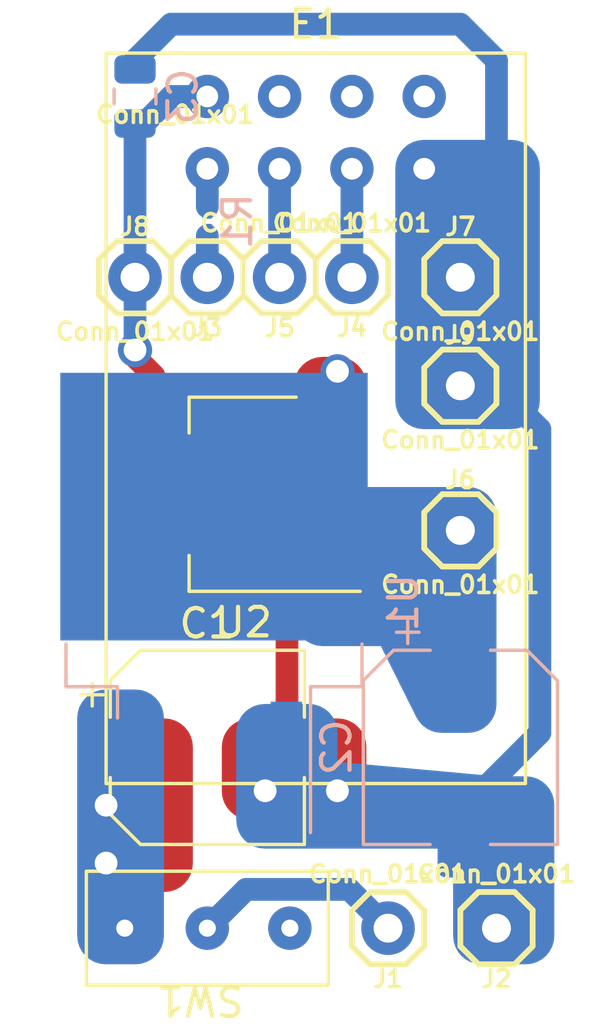
<source format=kicad_pcb>
(kicad_pcb (version 20211014) (generator pcbnew)
  (layers (0 "F.Cu" signal) (31 "B.Cu" signal) (34 "B.Paste" user) (35 "F.Paste" user) (36 "B.SilkS" user "B.Silkscreen") (37 "F.SilkS" user "F.Silkscreen") (38 "B.Mask" user) (39 "F.Mask" user) (44 "Edge.Cuts" user))
  (net 0 "")
  (net 1 "GND")
  (net 3 "/SCL")
  (net 5 "/SDA")
  (net 7 "Net-(E1-Pad7)")
  (net 8 "+3V3")
  (net 9 "+5V")
  (net 10 "/VIN")
  (net 11 "Net-(R1-Pad1)")
  (net 12 "Net-(SW1-Pad2)")
  (footprint "Package_TO_SOT_SMD:SOT-223-3_TabPin2" (layer "F.Cu") (at 166.37 95.25 180)
    (fp_text reference "U2" (at 0 -4.5) (layer "F.SilkS"))
    (fp_text value "NCP1117-5.0_SOT223")
    (fp_line (start -4.1 -3.41) (end 1.91 -3.41) (layer "F.SilkS") (width 0.12))
    (fp_line (start -1.85 3.41) (end 1.91 3.41) (layer "F.SilkS") (width 0.12))
    (fp_line (start 1.91 -3.41) (end 1.91 -2.15) (layer "F.SilkS") (width 0.12))
    (fp_line (start 1.91 3.41) (end 1.91 2.15) (layer "F.SilkS") (width 0.12))
    (pad "1" smd rect (at -3.15 -2.3 180) (size 2 1.5) (layers "F.Cu" "F.Paste" "F.Mask") (net 1 "GND"))
    (pad "2" smd rect (at 3.15 0 180) (size 2 3.8) (layers "F.Cu" "F.Paste" "F.Mask") (net 8 "+3V3"))
    (pad "2" smd rect (at -3.15 0 180) (size 2 1.5) (layers "F.Cu" "F.Paste" "F.Mask") (net 8 "+3V3"))
    (pad "3" smd rect (at -3.15 2.3 180) (size 2 1.5) (layers "F.Cu" "F.Paste" "F.Mask") (net 9 "+5V"))
  )
  (footprint "Connectors:1X01" (layer "F.Cu") (at 170.18 87.63 180)
    (fp_text reference "J4" (at 0 -1.778) (layer "F.SilkS") (effects (font (size 0.6096 0.6096) (thickness 0.127))))
    (fp_text value "Conn_01x01" (at 0 1.905) (layer "F.SilkS") (effects (font (size 0.6096 0.6096) (thickness 0.127))))
    (fp_line (start -0.635 -1.27) (end -1.27 -0.635) (layer "F.SilkS") (width 0.2032))
    (fp_line (start -1.27 -0.635) (end -1.27 0.635) (layer "F.SilkS") (width 0.2032))
    (fp_line (start 0.635 1.27) (end 1.27 0.635) (layer "F.SilkS") (width 0.2032))
    (fp_line (start -0.635 1.27) (end 0.635 1.27) (layer "F.SilkS") (width 0.2032))
    (fp_line (start 1.27 -0.635) (end 0.635 -1.27) (layer "F.SilkS") (width 0.2032))
    (fp_line (start 0.635 -1.27) (end -0.635 -1.27) (layer "F.SilkS") (width 0.2032))
    (fp_line (start 1.27 0.635) (end 1.27 -0.635) (layer "F.SilkS") (width 0.2032))
    (fp_line (start -1.27 0.635) (end -0.635 1.27) (layer "F.SilkS") (width 0.2032))
    (pad "1" thru_hole circle locked (at 0 0 180) (size 1.8796 1.8796) (drill 1.016) (layers *.Cu *.Mask) (net 3 "/SCL"))
  )
  (footprint "Capacitor_SMD:CP_Elec_6.3x5.9" (layer "F.Cu") (at 165.1 104.14)
    (fp_text reference "C1" (at 0 -4.35) (layer "F.SilkS"))
    (fp_text value "100uF")
    (fp_line (start -3.41 2.345563) (end -3.41 1.06) (layer "F.SilkS") (width 0.12))
    (fp_line (start -4.4375 -1.8475) (end -3.65 -1.8475) (layer "F.SilkS") (width 0.12))
    (fp_line (start 3.41 3.41) (end 3.41 1.06) (layer "F.SilkS") (width 0.12))
    (fp_line (start -2.345563 3.41) (end 3.41 3.41) (layer "F.SilkS") (width 0.12))
    (fp_line (start -2.345563 -3.41) (end 3.41 -3.41) (layer "F.SilkS") (width 0.12))
    (fp_line (start 3.41 -3.41) (end 3.41 -1.06) (layer "F.SilkS") (width 0.12))
    (fp_line (start -3.41 -2.345563) (end -3.41 -1.06) (layer "F.SilkS") (width 0.12))
    (fp_line (start -3.41 2.345563) (end -2.345563 3.41) (layer "F.SilkS") (width 0.12))
    (fp_line (start -4.04375 -2.24125) (end -4.04375 -1.45375) (layer "F.SilkS") (width 0.12))
    (fp_line (start -3.41 -2.345563) (end -2.345563 -3.41) (layer "F.SilkS") (width 0.12))
    (pad "1" smd roundrect (at -2.8 0) (size 3.5 1.6) (layers "F.Cu" "F.Paste" "F.Mask") (roundrect_rratio 0.15625) (net 10 "/VIN"))
    (pad "2" smd roundrect (at 2.8 0) (size 3.5 1.6) (layers "F.Cu" "F.Paste" "F.Mask") (roundrect_rratio 0.15625) (net 1 "GND"))
  )
  (footprint "Connectors:1X01" (layer "F.Cu") (at 173.99 96.52)
    (fp_text reference "J6" (at 0 -1.778) (layer "F.SilkS") (effects (font (size 0.6096 0.6096) (thickness 0.127))))
    (fp_text value "Conn_01x01" (at 0 1.905) (layer "F.SilkS") (effects (font (size 0.6096 0.6096) (thickness 0.127))))
    (fp_line (start 1.27 -0.635) (end 0.635 -1.27) (layer "F.SilkS") (width 0.2032))
    (fp_line (start 0.635 1.27) (end 1.27 0.635) (layer "F.SilkS") (width 0.2032))
    (fp_line (start 1.27 0.635) (end 1.27 -0.635) (layer "F.SilkS") (width 0.2032))
    (fp_line (start -0.635 -1.27) (end -1.27 -0.635) (layer "F.SilkS") (width 0.2032))
    (fp_line (start 0.635 -1.27) (end -0.635 -1.27) (layer "F.SilkS") (width 0.2032))
    (fp_line (start -1.27 -0.635) (end -1.27 0.635) (layer "F.SilkS") (width 0.2032))
    (fp_line (start -1.27 0.635) (end -0.635 1.27) (layer "F.SilkS") (width 0.2032))
    (fp_line (start -0.635 1.27) (end 0.635 1.27) (layer "F.SilkS") (width 0.2032))
    (pad "1" thru_hole circle locked (at 0 0) (size 1.8796 1.8796) (drill 1.016) (layers *.Cu *.Mask) (net 9 "+5V"))
  )
  (footprint "Connectors:1X01" (layer "F.Cu") (at 165.1 87.63 180)
    (fp_text reference "J3" (at 0 -1.778) (layer "F.SilkS") (effects (font (size 0.6096 0.6096) (thickness 0.127))))
    (fp_text value "Conn_01x01" (at 1.13 5.715) (layer "F.SilkS") (effects (font (size 0.6096 0.6096) (thickness 0.127))))
    (fp_line (start -1.27 0.635) (end -0.635 1.27) (layer "F.SilkS") (width 0.2032))
    (fp_line (start -0.635 1.27) (end 0.635 1.27) (layer "F.SilkS") (width 0.2032))
    (fp_line (start 1.27 -0.635) (end 0.635 -1.27) (layer "F.SilkS") (width 0.2032))
    (fp_line (start -1.27 -0.635) (end -1.27 0.635) (layer "F.SilkS") (width 0.2032))
    (fp_line (start -0.635 -1.27) (end -1.27 -0.635) (layer "F.SilkS") (width 0.2032))
    (fp_line (start 0.635 1.27) (end 1.27 0.635) (layer "F.SilkS") (width 0.2032))
    (fp_line (start 1.27 0.635) (end 1.27 -0.635) (layer "F.SilkS") (width 0.2032))
    (fp_line (start 0.635 -1.27) (end -0.635 -1.27) (layer "F.SilkS") (width 0.2032))
    (pad "1" thru_hole circle locked (at 0 0 180) (size 1.8796 1.8796) (drill 1.016) (layers *.Cu *.Mask) (net 11 "Net-(R1-Pad1)"))
  )
  (footprint "Connectors:1X01" (layer "F.Cu") (at 173.99 87.63)
    (fp_text reference "J7" (at 0 -1.778) (layer "F.SilkS") (effects (font (size 0.6096 0.6096) (thickness 0.127))))
    (fp_text value "Conn_01x01" (at 0 1.905) (layer "F.SilkS") (effects (font (size 0.6096 0.6096) (thickness 0.127))))
    (fp_line (start 0.635 1.27) (end 1.27 0.635) (layer "F.SilkS") (width 0.2032))
    (fp_line (start 1.27 0.635) (end 1.27 -0.635) (layer "F.SilkS") (width 0.2032))
    (fp_line (start -0.635 1.27) (end 0.635 1.27) (layer "F.SilkS") (width 0.2032))
    (fp_line (start -1.27 -0.635) (end -1.27 0.635) (layer "F.SilkS") (width 0.2032))
    (fp_line (start -0.635 -1.27) (end -1.27 -0.635) (layer "F.SilkS") (width 0.2032))
    (fp_line (start -1.27 0.635) (end -0.635 1.27) (layer "F.SilkS") (width 0.2032))
    (fp_line (start 1.27 -0.635) (end 0.635 -1.27) (layer "F.SilkS") (width 0.2032))
    (fp_line (start 0.635 -1.27) (end -0.635 -1.27) (layer "F.SilkS") (width 0.2032))
    (pad "1" thru_hole circle locked (at 0 0) (size 1.8796 1.8796) (drill 1.016) (layers *.Cu *.Mask) (net 1 "GND"))
  )
  (footprint "Kitecraft_Switches:SPDT_Switch_3mm" (layer "F.Cu") (at 165.1 110.49 180)
    (fp_text reference "SW1" (at 0.25 -2.54 180 unlocked) (layer "F.SilkS"))
    (fp_text value "SW_SPDT")
    (fp_rect (start 4.25 -2) (end -4.25 2) (layer "F.SilkS") (width 0.12) (fill none))
    (pad "1" thru_hole circle (at -2.9 0 180) (size 1.524 1.524) (drill 0.6) (layers *.Cu *.Mask))
    (pad "2" thru_hole circle (at 0 0 180) (size 1.524 1.524) (drill 0.6) (layers *.Cu *.Mask) (net 12 "Net-(SW1-Pad2)"))
    (pad "3" thru_hole circle (at 2.9 0 180) (size 1.524 1.524) (drill 0.6) (layers *.Cu *.Mask) (net 10 "/VIN"))
  )
  (footprint "Connectors:1X01" (layer "F.Cu") (at 167.64 87.63 180)
    (fp_text reference "J5" (at 0 -1.778) (layer "F.SilkS") (effects (font (size 0.6096 0.6096) (thickness 0.127))))
    (fp_text value "Conn_01x01" (at 0 1.905) (layer "F.SilkS") (effects (font (size 0.6096 0.6096) (thickness 0.127))))
    (fp_line (start 1.27 -0.635) (end 0.635 -1.27) (layer "F.SilkS") (width 0.2032))
    (fp_line (start 1.27 0.635) (end 1.27 -0.635) (layer "F.SilkS") (width 0.2032))
    (fp_line (start -1.27 0.635) (end -0.635 1.27) (layer "F.SilkS") (width 0.2032))
    (fp_line (start -1.27 -0.635) (end -1.27 0.635) (layer "F.SilkS") (width 0.2032))
    (fp_line (start 0.635 -1.27) (end -0.635 -1.27) (layer "F.SilkS") (width 0.2032))
    (fp_line (start 0.635 1.27) (end 1.27 0.635) (layer "F.SilkS") (width 0.2032))
    (fp_line (start -0.635 -1.27) (end -1.27 -0.635) (layer "F.SilkS") (width 0.2032))
    (fp_line (start -0.635 1.27) (end 0.635 1.27) (layer "F.SilkS") (width 0.2032))
    (pad "1" thru_hole circle locked (at 0 0 180) (size 1.8796 1.8796) (drill 1.016) (layers *.Cu *.Mask) (net 5 "/SDA"))
  )
  (footprint "Connectors:1X01" (layer "F.Cu") (at 171.45 110.49 180)
    (fp_text reference "J1" (at 0 -1.778) (layer "F.SilkS") (effects (font (size 0.6096 0.6096) (thickness 0.127))))
    (fp_text value "Conn_01x01" (at 0 1.905) (layer "F.SilkS") (effects (font (size 0.6096 0.6096) (thickness 0.127))))
    (fp_line (start 1.27 0.635) (end 1.27 -0.635) (layer "F.SilkS") (width 0.2032))
    (fp_line (start 0.635 -1.27) (end -0.635 -1.27) (layer "F.SilkS") (width 0.2032))
    (fp_line (start -1.27 0.635) (end -0.635 1.27) (layer "F.SilkS") (width 0.2032))
    (fp_line (start 1.27 -0.635) (end 0.635 -1.27) (layer "F.SilkS") (width 0.2032))
    (fp_line (start 0.635 1.27) (end 1.27 0.635) (layer "F.SilkS") (width 0.2032))
    (fp_line (start -0.635 1.27) (end 0.635 1.27) (layer "F.SilkS") (width 0.2032))
    (fp_line (start -1.27 -0.635) (end -1.27 0.635) (layer "F.SilkS") (width 0.2032))
    (fp_line (start -0.635 -1.27) (end -1.27 -0.635) (layer "F.SilkS") (width 0.2032))
    (pad "1" thru_hole circle locked (at 0 0 180) (size 1.8796 1.8796) (drill 1.016) (layers *.Cu *.Mask) (net 12 "Net-(SW1-Pad2)"))
  )
  (footprint "Connectors:1X01" (layer "F.Cu") (at 173.99 91.44)
    (fp_text reference "J9" (at 0 -1.778) (layer "F.SilkS") (effects (font (size 0.6096 0.6096) (thickness 0.127))))
    (fp_text value "Conn_01x01" (at 0 1.905) (layer "F.SilkS") (effects (font (size 0.6096 0.6096) (thickness 0.127))))
    (fp_line (start -0.635 -1.27) (end -1.27 -0.635) (layer "F.SilkS") (width 0.2032))
    (fp_line (start 0.635 1.27) (end 1.27 0.635) (layer "F.SilkS") (width 0.2032))
    (fp_line (start -0.635 1.27) (end 0.635 1.27) (layer "F.SilkS") (width 0.2032))
    (fp_line (start 1.27 -0.635) (end 0.635 -1.27) (layer "F.SilkS") (width 0.2032))
    (fp_line (start -1.27 -0.635) (end -1.27 0.635) (layer "F.SilkS") (width 0.2032))
    (fp_line (start 0.635 -1.27) (end -0.635 -1.27) (layer "F.SilkS") (width 0.2032))
    (fp_line (start 1.27 0.635) (end 1.27 -0.635) (layer "F.SilkS") (width 0.2032))
    (fp_line (start -1.27 0.635) (end -0.635 1.27) (layer "F.SilkS") (width 0.2032))
    (pad "1" thru_hole circle locked (at 0 0) (size 1.8796 1.8796) (drill 1.016) (layers *.Cu *.Mask) (net 1 "GND"))
  )
  (footprint "Connectors:1X01" (layer "F.Cu") (at 175.26 110.49 180)
    (fp_text reference "J2" (at 0 -1.778) (layer "F.SilkS") (effects (font (size 0.6096 0.6096) (thickness 0.127))))
    (fp_text value "Conn_01x01" (at 0 1.905) (layer "F.SilkS") (effects (font (size 0.6096 0.6096) (thickness 0.127))))
    (fp_line (start -1.27 -0.635) (end -1.27 0.635) (layer "F.SilkS") (width 0.2032))
    (fp_line (start -0.635 1.27) (end 0.635 1.27) (layer "F.SilkS") (width 0.2032))
    (fp_line (start -0.635 -1.27) (end -1.27 -0.635) (layer "F.SilkS") (width 0.2032))
    (fp_line (start 0.635 -1.27) (end -0.635 -1.27) (layer "F.SilkS") (width 0.2032))
    (fp_line (start 0.635 1.27) (end 1.27 0.635) (layer "F.SilkS") (width 0.2032))
    (fp_line (start 1.27 -0.635) (end 0.635 -1.27) (layer "F.SilkS") (width 0.2032))
    (fp_line (start 1.27 0.635) (end 1.27 -0.635) (layer "F.SilkS") (width 0.2032))
    (fp_line (start -1.27 0.635) (end -0.635 1.27) (layer "F.SilkS") (width 0.2032))
    (pad "1" thru_hole circle locked (at 0 0 180) (size 1.8796 1.8796) (drill 1.016) (layers *.Cu *.Mask) (net 1 "GND"))
  )
  (footprint "Kitecraft_Boards:ESP-01_With_Header" (layer "F.Cu") (at 168.91 82.55 180)
    (fp_text reference "E1" (at 0 3.81) (layer "F.SilkS"))
    (fp_text value "ESP-01")
    (fp_line (start 7.366 -22.86) (end -7.366 -22.86) (layer "F.SilkS") (width 0.12))
    (fp_line (start 7.366 2.794) (end 7.366 -22.86) (layer "F.SilkS") (width 0.12))
    (fp_line (start -7.366 2.794) (end 7.366 2.794) (layer "F.SilkS") (width 0.12))
    (fp_line (start -7.366 -22.86) (end -7.366 2.794) (layer "F.SilkS") (width 0.12))
    (pad "1" thru_hole circle locked (at -3.81 -1.27 180) (size 1.524 1.524) (drill 0.762) (layers *.Cu *.Mask) (net 1 "GND"))
    (pad "2" thru_hole circle locked (at -3.81 1.27 180) (size 1.524 1.524) (drill 0.762) (layers *.Cu *.Mask))
    (pad "3" thru_hole circle locked (at -1.27 -1.27 180) (size 1.524 1.524) (drill 0.762) (layers *.Cu *.Mask) (net 3 "/SCL"))
    (pad "4" thru_hole circle locked (at -1.27 1.27 180) (size 1.524 1.524) (drill 0.762) (layers *.Cu *.Mask))
    (pad "5" thru_hole circle locked (at 1.27 -1.27 180) (size 1.524 1.524) (drill 0.762) (layers *.Cu *.Mask) (net 5 "/SDA"))
    (pad "6" thru_hole circle locked (at 1.27 1.27 180) (size 1.524 1.524) (drill 0.762) (layers *.Cu *.Mask))
    (pad "7" thru_hole circle locked (at 3.81 -1.27 180) (size 1.524 1.524) (drill 0.762) (layers *.Cu *.Mask) (net 7 "Net-(E1-Pad7)"))
    (pad "8" thru_hole circle locked (at 3.81 1.27 180) (size 1.524 1.524) (drill 0.762) (layers *.Cu *.Mask) (net 8 "+3V3"))
  )
  (footprint "Connectors:1X01" (layer "F.Cu") (at 162.56 87.63)
    (fp_text reference "J8" (at 0 -1.778) (layer "F.SilkS") (effects (font (size 0.6096 0.6096) (thickness 0.127))))
    (fp_text value "Conn_01x01" (at 0 1.905) (layer "F.SilkS") (effects (font (size 0.6096 0.6096) (thickness 0.127))))
    (fp_line (start 1.27 0.635) (end 1.27 -0.635) (layer "F.SilkS") (width 0.2032))
    (fp_line (start 0.635 -1.27) (end -0.635 -1.27) (layer "F.SilkS") (width 0.2032))
    (fp_line (start -1.27 0.635) (end -0.635 1.27) (layer "F.SilkS") (width 0.2032))
    (fp_line (start 0.635 1.27) (end 1.27 0.635) (layer "F.SilkS") (width 0.2032))
    (fp_line (start 1.27 -0.635) (end 0.635 -1.27) (layer "F.SilkS") (width 0.2032))
    (fp_line (start -1.27 -0.635) (end -1.27 0.635) (layer "F.SilkS") (width 0.2032))
    (fp_line (start -0.635 -1.27) (end -1.27 -0.635) (layer "F.SilkS") (width 0.2032))
    (fp_line (start -0.635 1.27) (end 0.635 1.27) (layer "F.SilkS") (width 0.2032))
    (pad "1" thru_hole circle locked (at 0 0) (size 1.8796 1.8796) (drill 1.016) (layers *.Cu *.Mask) (net 8 "+3V3"))
  )
  (footprint "Resistor_SMD:R_0201_0603Metric" (layer "B.Cu") (at 165.1 85.664 90)
    (fp_text reference "R1" (at 0 1.05 90) (layer "B.SilkS") (effects (justify mirror)))
    (fp_text value "330R")
    (pad "1" smd roundrect (at -0.32 0 90) (size 0.46 0.4) (layers "B.Cu" "B.Mask") (net 11 "Net-(R1-Pad1)"))
    (pad "2" smd roundrect (at 0.32 0 90) (size 0.46 0.4) (layers "B.Cu" "B.Mask") (net 7 "Net-(E1-Pad7)"))
  )
  (footprint "Capacitor_SMD:C_0805_2012Metric" (layer "B.Cu") (at 162.56 81.28 90)
    (fp_text reference "C3" (at 0 1.68 90) (layer "B.SilkS") (effects (justify mirror)))
    (fp_text value "10uF")
    (fp_line (start -0.261252 0.735) (end 0.261252 0.735) (layer "B.SilkS") (width 0.12))
    (fp_line (start -0.261252 -0.735) (end 0.261252 -0.735) (layer "B.SilkS") (width 0.12))
    (pad "1" smd roundrect (at -0.95 0 90) (size 1 1.45) (layers "B.Cu" "B.Paste" "B.Mask") (net 8 "+3V3"))
    (pad "2" smd roundrect (at 0.95 0 90) (size 1 1.45) (layers "B.Cu" "B.Paste" "B.Mask") (net 1 "GND"))
  )
  (footprint "Package_TO_SOT_SMD:TO-263-2" (layer "B.Cu") (at 165.335 99.06 90)
    (fp_text reference "U1" (at 0 6.65 90) (layer "B.SilkS") (effects (justify mirror)))
    (fp_text value "AP1086")
    (fp_line (start -2.95 3.39) (end -8.075 3.39) (layer "B.SilkS") (width 0.12))
    (fp_line (start -1.45 5.2) (end -2.95 5.2) (layer "B.SilkS") (width 0.12))
    (fp_line (start -2.95 -5.2) (end -2.95 -3.39) (layer "B.SilkS") (width 0.12))
    (fp_line (start -2.95 5.2) (end -2.95 3.39) (layer "B.SilkS") (width 0.12))
    (fp_line (start -2.95 -3.39) (end -4.05 -3.39) (layer "B.SilkS") (width 0.12))
    (fp_line (start -1.45 -5.2) (end -2.95 -5.2) (layer "B.SilkS") (width 0.12))
    (pad "1" smd rect (at -5.775 2.54 90) (size 4.6 1.1) (layers "B.Cu" "B.Paste" "B.Mask") (net 1 "GND"))
    (pad "2" smd rect (at 3.375 0 90) (size 9.4 10.8) (layers "B.Cu" "B.Mask") (net 9 "+5V"))
    (pad "3" smd rect (at -5.775 -2.54 90) (size 4.6 1.1) (layers "B.Cu" "B.Paste" "B.Mask") (net 10 "/VIN"))
  )
  (footprint "Capacitor_SMD:CP_Elec_6.3x5.9" (layer "B.Cu") (at 173.99 104.14 -90)
    (fp_text reference "C2" (at 0 4.35 90) (layer "B.SilkS") (effects (justify mirror)))
    (fp_text value "100uF")
    (fp_line (start -2.345563 3.41) (end 3.41 3.41) (layer "B.SilkS") (width 0.12))
    (fp_line (start -4.4375 1.8475) (end -3.65 1.8475) (layer "B.SilkS") (width 0.12))
    (fp_line (start -3.41 2.345563) (end -3.41 1.06) (layer "B.SilkS") (width 0.12))
    (fp_line (start 3.41 -3.41) (end 3.41 -1.06) (layer "B.SilkS") (width 0.12))
    (fp_line (start -2.345563 -3.41) (end 3.41 -3.41) (layer "B.SilkS") (width 0.12))
    (fp_line (start -4.04375 2.24125) (end -4.04375 1.45375) (layer "B.SilkS") (width 0.12))
    (fp_line (start -3.41 -2.345563) (end -2.345563 -3.41) (layer "B.SilkS") (width 0.12))
    (fp_line (start -3.41 -2.345563) (end -3.41 -1.06) (layer "B.SilkS") (width 0.12))
    (fp_line (start -3.41 2.345563) (end -2.345563 3.41) (layer "B.SilkS") (width 0.12))
    (fp_line (start 3.41 3.41) (end 3.41 1.06) (layer "B.SilkS") (width 0.12))
    (pad "1" smd roundrect (at -2.8 0 270) (size 3.5 1.6) (layers "B.Cu" "B.Paste" "B.Mask") (roundrect_rratio 0.15625) (net 9 "+5V"))
    (pad "2" smd roundrect (at 2.8 0 270) (size 3.5 1.6) (layers "B.Cu" "B.Paste" "B.Mask") (roundrect_rratio 0.15625) (net 1 "GND"))
  )
  (segment (start 167.9 104.14) (end 167.9 99.17) (width 0.8) (layer "F.Cu") (net 1))
  (segment (start 167.9 99.17) (end 169.52 97.55) (width 0.8) (layer "F.Cu") (net 1))
  (via (at 169.672 105.664) (size 1.2) (drill 0.8) (layers "F.Cu" "B.Cu") (net 1))
  (via (at 167.132 105.664) (size 1.2) (drill 0.8) (layers "F.Cu" "B.Cu") (net 1))
  (segment (start 163.83 78.74) (end 173.99 78.74) (width 0.8) (layer "B.Cu") (net 1))
  (segment (start 173.99 106.426) (end 176.784 103.632) (width 0.8) (layer "B.Cu") (net 1))
  (segment (start 162.56 80.33) (end 162.56 80.01) (width 0.8) (layer "B.Cu") (net 1))
  (segment (start 173.99 106.94) (end 173.99 106.426) (width 0.8) (layer "B.Cu") (net 1))
  (segment (start 162.56 80.01) (end 163.83 78.74) (width 0.8) (layer "B.Cu") (net 1))
  (segment (start 176.784 92.964) (end 175.26 91.44) (width 0.8) (layer "B.Cu") (net 1))
  (segment (start 173.99 78.74) (end 175.26 80.01) (width 0.8) (layer "B.Cu") (net 1))
  (segment (start 175.26 80.01) (end 175.26 83.82) (width 0.8) (layer "B.Cu") (net 1))
  (segment (start 175.26 83.82) (end 172.72 83.82) (width 0.8) (layer "B.Cu") (net 1))
  (segment (start 176.784 103.632) (end 176.784 92.964) (width 0.8) (layer "B.Cu") (net 1))
  (segment (start 170.18 83.82) (end 170.18 87.63) (width 0.8) (layer "B.Cu") (net 3))
  (segment (start 167.64 83.82) (end 167.64 87.63) (width 0.8) (layer "B.Cu") (net 5))
  (segment (start 165.1 83.82) (end 165.1 85.15448) (width 0.8) (layer "B.Cu") (net 7))
  (segment (start 163.22 91.084) (end 162.56 90.424) (width 0.8) (layer "F.Cu") (net 8))
  (segment (start 163.22 95.25) (end 163.22 91.084) (width 0.8) (layer "F.Cu") (net 8))
  (segment (start 162.56 90.424) (end 162.56 90.185498) (width 0.8) (layer "F.Cu") (net 8))
  (via (at 162.56 90.185498) (size 1.2) (drill 0.8) (layers "F.Cu" "B.Cu") (net 8))
  (segment (start 162.56 90.185498) (end 162.56 87.63) (width 0.8) (layer "B.Cu") (net 8))
  (segment (start 162.56 87.63) (end 162.56 82.23) (width 0.8) (layer "B.Cu") (net 8))
  (segment (start 162.88 82.23) (end 163.83 81.28) (width 0.8) (layer "B.Cu") (net 8))
  (segment (start 162.56 82.23) (end 162.88 82.23) (width 0.8) (layer "B.Cu") (net 8))
  (segment (start 163.83 81.28) (end 165.1 81.28) (width 0.8) (layer "B.Cu") (net 8))
  (via (at 169.672 90.932) (size 1.2) (drill 0.8) (layers "F.Cu" "B.Cu") (net 9))
  (via (at 161.544 106.172) (size 1.2) (drill 0.8) (layers "F.Cu" "B.Cu") (net 10))
  (via (at 161.544 108.204) (size 1.2) (drill 0.8) (layers "F.Cu" "B.Cu") (net 10))
  (segment (start 165.1 87.63) (end 165.1 86.17352) (width 0.8) (layer "B.Cu") (net 11))
  (segment (start 170.088489 109.128489) (end 166.461511 109.128489) (width 0.8) (layer "B.Cu") (net 12))
  (segment (start 166.461511 109.128489) (end 165.1 110.49) (width 0.8) (layer "B.Cu") (net 12))
  (segment (start 171.45 110.49) (end 170.088489 109.128489) (width 0.8) (layer "B.Cu") (net 12))
  (zone (net 9) (net_name "+5V") (layer "F.Cu") (connect_pads yes (clearance 0.508)) (min_thickness 0.254) (fill yes (thermal_gap 0.508) (thermal_bridge_width 0.508) (smoothing fillet) (radius 1))
    (polygon (pts (xy 170.688 93.98) (xy 168.148 93.98) (xy 168.148 90.424) (xy 170.688 90.424)))
  )
  (zone (net 1) (net_name "GND") (layer "F.Cu") (connect_pads yes (clearance 0.508)) (min_thickness 0.254) (fill yes (thermal_gap 0.508) (thermal_bridge_width 0.508) (smoothing fillet) (radius 1))
    (polygon (pts (xy 170.688 106.68) (xy 165.608 106.68) (xy 165.608 103.124) (xy 170.688 103.124)))
  )
  (zone (net 10) (net_name "/VIN") (layer "F.Cu") (connect_pads yes (clearance 0.508)) (min_thickness 0.254) (fill yes (thermal_gap 0.508) (thermal_bridge_width 0.508) (smoothing fillet) (radius 1))
    (polygon (pts (xy 164.592 109.22) (xy 160.528 109.22) (xy 160.528 103.124) (xy 164.592 103.124)))
  )
  (zone (net 1) (net_name "GND") (layer "B.Cu") (connect_pads yes (clearance 0.508)) (min_thickness 0.254) (fill yes (thermal_gap 0.508) (thermal_bridge_width 0.508) (smoothing fillet) (radius 1))
    (polygon (pts (xy 169.672 104.648) (xy 175.26 105.156) (xy 175.26 107.696) (xy 166.116 107.696) (xy 166.116 102.616) (xy 169.672 102.616)))
  )
  (zone (net 1) (net_name "GND") (layer "B.Cu") (connect_pads yes (clearance 0.508)) (min_thickness 0.254) (fill yes (thermal_gap 0.508) (thermal_bridge_width 0.508) (smoothing fillet) (radius 1))
    (polygon (pts (xy 177.292 111.76) (xy 173.736 111.76) (xy 173.736 108.712) (xy 173.228 108.712) (xy 173.228 105.156) (xy 177.292 105.156)))
  )
  (zone (net 10) (net_name "/VIN") (layer "B.Cu") (connect_pads yes (clearance 0.508)) (min_thickness 0.254) (fill yes (thermal_gap 0.508) (thermal_bridge_width 0.508) (smoothing fillet) (radius 1))
    (polygon (pts (xy 163.576 111.76) (xy 160.528 111.76) (xy 160.528 102.108) (xy 163.576 102.108)))
  )
  (zone (net 1) (net_name "GND") (layer "B.Cu") (connect_pads yes (clearance 0.508)) (min_thickness 0.254) (fill yes (thermal_gap 0.508) (thermal_bridge_width 0.508) (smoothing fillet) (radius 1))
    (polygon (pts (xy 176.784 92.964) (xy 171.704 92.964) (xy 171.704 82.804) (xy 176.784 82.804)))
  )
  (zone (net 9) (net_name "+5V") (layer "B.Cu") (connect_pads yes (clearance 0.508)) (min_thickness 0.254) (fill yes (thermal_gap 0.508) (thermal_bridge_width 0.508) (smoothing fillet) (radius 1))
    (polygon (pts (xy 175.26 103.632) (xy 172.72 103.632) (xy 171.196 100.584) (xy 168.148 100.584) (xy 168.148 94.996) (xy 175.26 94.996)))
  )
)
</source>
